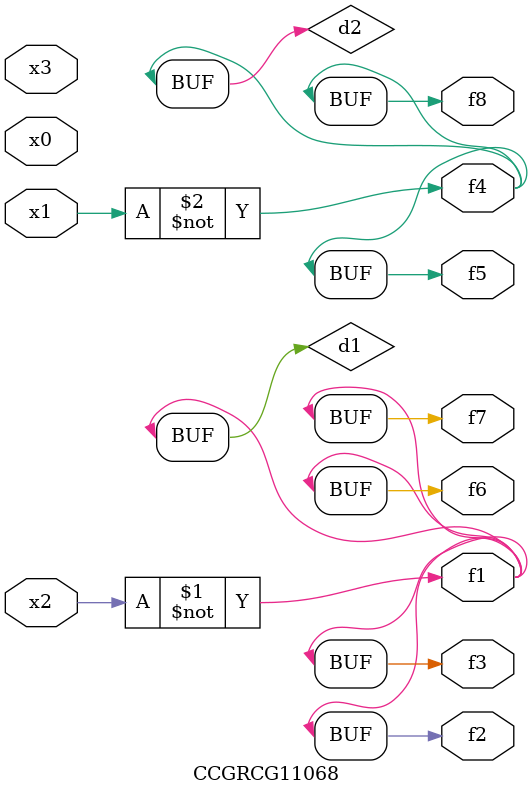
<source format=v>
module CCGRCG11068(
	input x0, x1, x2, x3,
	output f1, f2, f3, f4, f5, f6, f7, f8
);

	wire d1, d2;

	xnor (d1, x2);
	not (d2, x1);
	assign f1 = d1;
	assign f2 = d1;
	assign f3 = d1;
	assign f4 = d2;
	assign f5 = d2;
	assign f6 = d1;
	assign f7 = d1;
	assign f8 = d2;
endmodule

</source>
